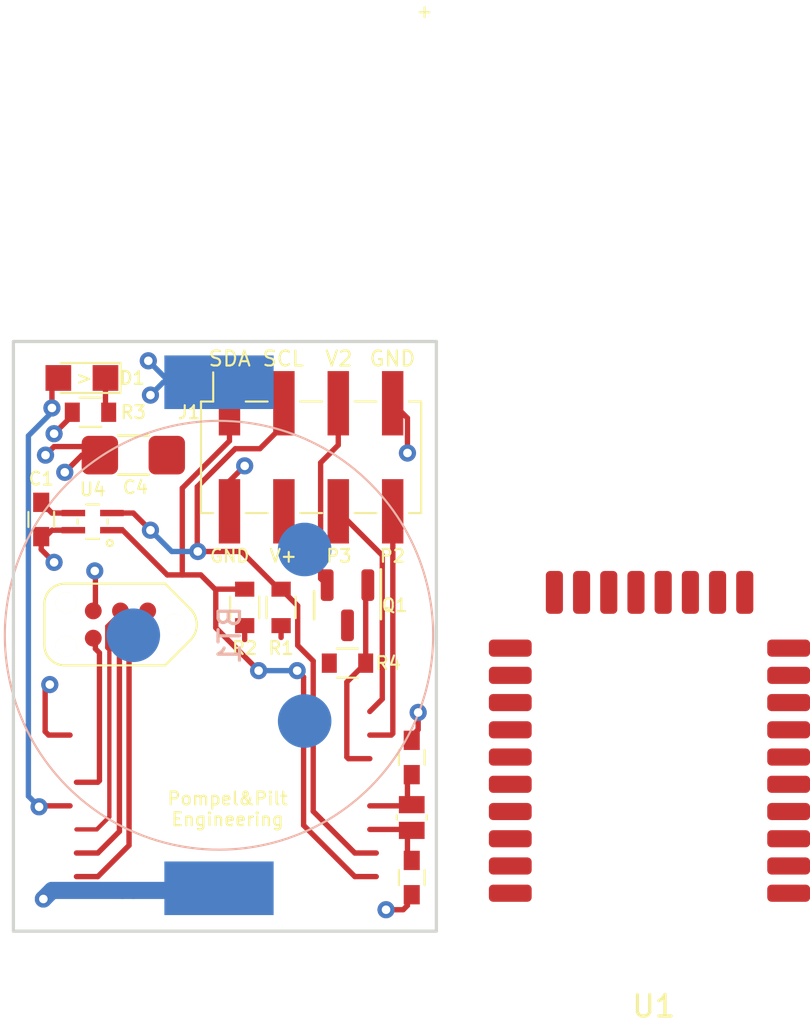
<source format=kicad_pcb>
(kicad_pcb (version 20211014) (generator pcbnew)
  (layers (0 "F.Cu" signal) (31 "B.Cu" signal) (37 "F.SilkS" user "F.Silkscreen") (38 "B.Mask" user) (39 "F.Mask" user) (44 "Edge.Cuts" user))
  (net 0 "")
  (net 1 "/P005")
  (net 2 "GND")
  (net 3 "VCC")
  (net 4 "/P002")
  (net 5 "/SDA")
  (net 6 "/SCL")
  (net 7 "Net-(D1-Pad1)")
  (net 8 "/LED")
  (net 9 "/RESET")
  (net 10 "/SWDCLK")
  (net 11 "/SWDIO")
  (net 12 "/XL1")
  (net 13 "/XL2")
  (net 14 "/V2")
  (net 15 "/P028")
  (net 16 "unconnected-(J2-Pad6)")
  (net 19 "/P003")
  (footprint "LEDs:LED_0805" (layer "F.Cu") (at 101.8 56.8 180)
    (fp_text reference "D1" (at -2.35 0 180) (layer "F.SilkS") (effects (font (size 0.6 0.6) (thickness 0.1))))
    (fp_text value "LED")
    (fp_line (start -1.8 -0.7) (end 1 -0.7) (layer "F.SilkS") (width 0.1))
    (fp_line (start -1.8 -0.7) (end -1.8 0.7) (layer "F.SilkS") (width 0.1))
    (fp_line (start -1.8 0.7) (end 1 0.7) (layer "F.SilkS") (width 0.1))
    (pad "1" smd rect locked (at -1.1 0) (size 1.2 1.2) (layers "F.Cu" "F.Paste" "F.Mask") (net 7 "Net-(D1-Pad1)"))
    (pad "2" smd rect locked (at 1.1 0) (size 1.2 1.2) (layers "F.Cu" "F.Paste" "F.Mask") (net 8 "/LED"))
  )
  (footprint "halib:R_0603_Compact_hand" (layer "F.Cu") (at 102.2 58.4 180)
    (fp_text reference "R3" (at -2 0 180) (layer "F.SilkS") (effects (font (size 0.6 0.6) (thickness 0.1))))
    (fp_text value "R400")
    (fp_line (start -0.5 -0.68) (end 0.5 -0.68) (layer "F.SilkS") (width 0.1))
    (fp_line (start 0.5 0.68) (end -0.5 0.68) (layer "F.SilkS") (width 0.1))
    (pad "1" smd rect locked (at -0.85 0 180) (size 0.7 0.9) (layers "F.Cu" "F.Paste" "F.Mask") (net 7 "Net-(D1-Pad1)"))
    (pad "2" smd rect locked (at 0.85 0 180) (size 0.7 0.9) (layers "F.Cu" "F.Paste" "F.Mask") (net 2 "GND"))
  )
  (footprint "halib:R_0603_Compact_hand" (layer "F.Cu") (at 111.1 67.5 90)
    (fp_text reference "R1" (at -1.9 0 180) (layer "F.SilkS") (effects (font (size 0.6 0.6) (thickness 0.1))))
    (fp_text value "4k7")
    (fp_line (start 0.5 0.68) (end -0.5 0.68) (layer "F.SilkS") (width 0.1))
    (fp_line (start -0.5 -0.68) (end 0.5 -0.68) (layer "F.SilkS") (width 0.1))
    (pad "1" smd rect locked (at -0.85 0 90) (size 0.7 0.9) (layers "F.Cu" "F.Paste" "F.Mask") (net 3 "VCC"))
    (pad "2" smd rect locked (at 0.85 0 90) (size 0.7 0.9) (layers "F.Cu" "F.Paste" "F.Mask") (net 6 "/SCL"))
  )
  (footprint "halib:R_0603_Compact_hand" (layer "F.Cu") (at 109.4 67.5 90)
    (fp_text reference "R2" (at -1.9 0 180) (layer "F.SilkS") (effects (font (size 0.6 0.6) (thickness 0.1))))
    (fp_text value "4k7")
    (fp_line (start -0.5 -0.68) (end 0.5 -0.68) (layer "F.SilkS") (width 0.1))
    (fp_line (start 0.5 0.68) (end -0.5 0.68) (layer "F.SilkS") (width 0.1))
    (pad "1" smd rect locked (at -0.85 0 90) (size 0.7 0.9) (layers "F.Cu" "F.Paste" "F.Mask") (net 3 "VCC"))
    (pad "2" smd rect locked (at 0.85 0 90) (size 0.7 0.9) (layers "F.Cu" "F.Paste" "F.Mask") (net 5 "/SDA"))
  )
  (footprint "halib:C_0603_Compact_hand" (layer "F.Cu") (at 117.2 80.1 -90)
    (fp_text reference "C2" hide)
    (fp_text value "10pF")
    (fp_line (start 0.35 0.6) (end -0.35 0.6) (layer "F.SilkS") (width 0.1))
    (fp_line (start -0.35 -0.6) (end 0.35 -0.6) (layer "F.SilkS") (width 0.1))
    (pad "1" smd rect locked (at -0.8 0 270) (size 0.9 0.75) (layers "F.Cu" "F.Paste" "F.Mask") (net 12 "/XL1"))
    (pad "2" smd rect locked (at 0.8 0 270) (size 0.9 0.75) (layers "F.Cu" "F.Paste" "F.Mask") (net 2 "GND"))
  )
  (footprint "halib:R_0603_Compact_hand" (layer "F.Cu") (at 114.2 70.1 180)
    (fp_text reference "R4" (at -1.9 0) (layer "F.SilkS") (effects (font (size 0.6 0.6) (thickness 0.1))))
    (fp_text value "100k")
    (fp_line (start 0.5 0.68) (end -0.5 0.68) (layer "F.SilkS") (width 0.1))
    (fp_line (start -0.5 -0.68) (end 0.5 -0.68) (layer "F.SilkS") (width 0.1))
    (pad "1" smd rect locked (at -0.85 0 180) (size 0.7 0.9) (layers "F.Cu" "F.Paste" "F.Mask") (net 1 "/P005"))
    (pad "2" smd rect locked (at 0.85 0 180) (size 0.7 0.9) (layers "F.Cu" "F.Paste" "F.Mask") (net 3 "VCC"))
  )
  (footprint "Connector_PinSocket_2.54mm:PinSocket_2x04_P2.54mm_Vertical_SMD" (layer "F.Cu") (at 112.5 60.5 90)
    (fp_text reference "J1" (at 2.1 -5.7 180) (layer "F.SilkS") (effects (font (size 0.6 0.6) (thickness 0.1))))
    (fp_text value "Conn_02x04_Odd_Even")
    (fp_line (start 2.6 -0.51) (end 2.6 0.51) (layer "F.SilkS") (width 0.1))
    (fp_line (start 2.6 -3.05) (end 2.6 -2.03) (layer "F.SilkS") (width 0.1))
    (fp_line (start -2.6 2.03) (end -2.6 3.05) (layer "F.SilkS") (width 0.1))
    (fp_line (start -2.6 -3.05) (end -2.6 -2.03) (layer "F.SilkS") (width 0.1))
    (fp_line (start 2.6 4.57) (end 2.6 5.14) (layer "F.SilkS") (width 0.1))
    (fp_line (start -2.6 -5.14) (end 2.6 -5.14) (layer "F.SilkS") (width 0.1))
    (fp_line (start 2.6 -5.14) (end 2.6 -4.57) (layer "F.SilkS") (width 0.1))
    (fp_line (start -2.6 -0.51) (end -2.6 0.51) (layer "F.SilkS") (width 0.1))
    (fp_line (start -2.6 4.57) (end -2.6 5.14) (layer "F.SilkS") (width 0.1))
    (fp_line (start -2.6 5.14) (end 2.6 5.14) (layer "F.SilkS") (width 0.1))
    (fp_line (start 2.6 2.03) (end 2.6 3.05) (layer "F.SilkS") (width 0.1))
    (fp_line (start 2.6 -4.57) (end 3.96 -4.57) (layer "F.SilkS") (width 0.1))
    (fp_line (start -2.6 -5.14) (end -2.6 -4.57) (layer "F.SilkS") (width 0.1))
    (pad "1" smd rect (at 2.52 -3.81 90) (size 3 1) (layers "F.Cu" "F.Paste" "F.Mask") (net 5 "/SDA"))
    (pad "2" smd rect (at -2.52 -3.81 90) (size 3 1) (layers "F.Cu" "F.Paste" "F.Mask") (net 2 "GND"))
    (pad "3" smd rect (at 2.52 -1.27 90) (size 3 1) (layers "F.Cu" "F.Paste" "F.Mask") (net 6 "/SCL"))
    (pad "4" smd rect (at -2.52 -1.27 90) (size 3 1) (layers "F.Cu" "F.Paste" "F.Mask") (net 3 "VCC"))
    (pad "5" smd rect (at 2.52 1.27 90) (size 3 1) (layers "F.Cu" "F.Paste" "F.Mask") (net 14 "/V2"))
    (pad "6" smd rect (at -2.52 1.27 90) (size 3 1) (layers "F.Cu" "F.Paste" "F.Mask") (net 15 "/P028"))
    (pad "7" smd rect (at 2.52 3.81 90) (size 3 1) (layers "F.Cu" "F.Paste" "F.Mask") (net 2 "GND"))
    (pad "8" smd rect (at -2.52 3.81 90) (size 3 1) (layers "F.Cu" "F.Paste" "F.Mask") (net 4 "/P002"))
  )
  (footprint "halib:TC2030" (layer "F.Cu") (at 103.6 68.3 180)
    (fp_text reference "J2" hide)
    (fp_text value "tc2030" hide)
    (fp_line (start -3.2639 -0.7239) (end -2.0828 -1.905) (layer "F.SilkS") (width 0.1))
    (fp_line (start 2.6035 1.905) (end -2.0828 1.905) (layer "F.SilkS") (width 0.1))
    (fp_line (start -3.2639 0.7239) (end -2.0828 1.905) (layer "F.SilkS") (width 0.1))
    (fp_line (start 3.556 -0.9525) (end 3.556 0.9525) (layer "F.SilkS") (width 0.1))
    (fp_line (start 2.6035 -1.905) (end -2.0828 -1.905) (layer "F.SilkS") (width 0.1))
    (fp_arc (start 3.556 0.9525) (mid 3.277019 1.626019) (end 2.6035 1.905) (layer "F.SilkS") (width 0.1))
    (fp_arc (start -3.2639 0.7239) (mid -3.563749 0) (end -3.2639 -0.7239) (layer "F.SilkS") (width 0.1))
    (fp_arc (start 2.6035 -1.905) (mid 3.277019 -1.626019) (end 3.556 -0.9525) (layer "F.SilkS") (width 0.1))
    (pad "" np_thru_hole circle locked (at 2.54 -1.016 180) (size 0.98552 0.98552) (drill 0.98552) (layers *.Cu *.Mask "F.SilkS"))
    (pad "" np_thru_hole circle locked (at 2.54 1.016 180) (size 0.98552 0.98552) (drill 0.98552) (layers *.Cu *.Mask "F.SilkS"))
    (pad "" np_thru_hole circle locked (at -2.54 0 180) (size 0.98806 0.98806) (drill 0.98806) (layers *.Cu *.Mask "F.SilkS"))
    (pad "1" connect circle locked (at -1.27 0.635 180) (size 0.78486 0.78486) (layers "F.Cu" "F.Mask") (net 3 "VCC"))
    (pad "2" connect circle locked (at -1.27 -0.635 180) (size 0.78486 0.78486) (layers "F.Cu" "F.Mask") (net 11 "/SWDIO"))
    (pad "3" connect circle locked (at 0 0.635 180) (size 0.78486 0.78486) (layers "F.Cu" "F.Mask") (net 9 "/RESET"))
    (pad "4" connect circle locked (at 0 -0.635 180) (size 0.78486 0.78486) (layers "F.Cu" "F.Mask") (net 10 "/SWDCLK"))
    (pad "5" connect circle locked (at 1.27 0.635 180) (size 0.78486 0.78486) (layers "F.Cu" "F.Mask") (net 2 "GND"))
    (pad "6" connect circle locked (at 1.27 -0.635 180) (size 0.78486 0.78486) (layers "F.Cu" "F.Mask") (net 16 "unconnected-(J2-Pad6)"))
  )
  (footprint "halib:SHT4x" (layer "F.Cu") (at 102.3 63.5 180)
    (fp_text reference "U4" (at 0 1.5 unlocked) (layer "F.SilkS") (effects (font (size 0.6 0.6) (thickness 0.1))))
    (fp_text value "SHT4x")
    (fp_line (start -0.7 -0.1) (end -0.7 0.1) (layer "F.SilkS") (width 0.1))
    (fp_line (start -0.3 0.8) (end 0.3 0.8) (layer "F.SilkS") (width 0.1))
    (fp_line (start -0.3 -0.8) (end 0.3 -0.8) (layer "F.SilkS") (width 0.1))
    (fp_line (start 0.7 -0.1) (end 0.7 0.1) (layer "F.SilkS") (width 0.1))
    (pad "1" smd rect (at -0.9 -0.4 180) (size 1.1 0.3) (layers "F.Cu" "F.Paste" "F.Mask") (net 5 "/SDA"))
    (pad "2" smd rect (at -0.9 0.4 180) (size 1.1 0.3) (layers "F.Cu" "F.Paste" "F.Mask") (net 6 "/SCL"))
    (pad "3" smd rect (at 0.9 0.4 180) (size 1.1 0.3) (layers "F.Cu" "F.Paste" "F.Mask") (net 3 "VCC"))
    (pad "4" smd rect (at 0.9 -0.4 180) (size 1.1 0.3) (layers "F.Cu" "F.Paste" "F.Mask") (net 2 "GND"))
  )
  (footprint "halib:C_0603_Compact_hand" (layer "F.Cu") (at 117.2 74.5 90)
    (fp_text reference "C3" hide)
    (fp_text value "10pF")
    (fp_line (start -0.35 -0.6) (end 0.35 -0.6) (layer "F.SilkS") (width 0.1))
    (fp_line (start 0.35 0.6) (end -0.35 0.6) (layer "F.SilkS") (width 0.1))
    (pad "1" smd rect locked (at -0.8 0 90) (size 0.9 0.75) (layers "F.Cu" "F.Paste" "F.Mask") (net 13 "/XL2"))
    (pad "2" smd rect locked (at 0.8 0 90) (size 0.9 0.75) (layers "F.Cu" "F.Paste" "F.Mask") (net 2 "GND"))
  )
  (footprint "Capacitor_SMD:C_1206_3216Metric_Pad1.33x1.80mm_HandSolder" (layer "F.Cu") (at 104.2 60.4 180)
    (fp_text reference "C4" (at -0.1 -1.5) (layer "F.SilkS") (effects (font (size 0.6 0.6) (thickness 0.1))))
    (fp_text value "C106")
    (fp_line (start -0.711252 0.91) (end 0.711252 0.91) (layer "F.SilkS") (width 0.12))
    (fp_line (start -0.711252 -0.91) (end 0.711252 -0.91) (layer "F.SilkS") (width 0.12))
    (pad "1" smd roundrect (at -1.5625 0 180) (size 1.7 1.8) (layers "F.Cu" "F.Paste" "F.Mask") (roundrect_rratio 0.1886788235) (net 3 "VCC"))
    (pad "2" smd roundrect (at 1.5625 0 180) (size 1.7 1.8) (layers "F.Cu" "F.Paste" "F.Mask") (roundrect_rratio 0.1886788235) (net 2 "GND"))
  )
  (footprint "halib:E73" (layer "F.Cu") (at 134.8 69.4)
    (fp_text reference "U1" (at -6.3 16.7 unlocked) (layer "F.SilkS"))
    (fp_text value "E73")
    (pad "1" smd roundrect (at -13 0 270) (size 0.8 2) (layers "F.Cu" "F.Paste" "F.Mask"))
    (pad "1" smd roundrect (at 0 3.81 270) (size 0.8 2) (layers "F.Cu" "F.Paste" "F.Mask"))
    (pad "1" smd roundrect (at -13 2.54 270) (size 0.8 2) (layers "F.Cu" "F.Paste" "F.Mask"))
    (pad "1" smd roundrect (at -5.86 -2.6 180) (size 0.8 2) (layers "F.Cu" "F.Paste" "F.Mask"))
    (pad "1" smd roundrect (at -2.05 -2.6 180) (size 0.8 2) (layers "F.Cu" "F.Paste" "F.Mask"))
    (pad "1" smd roundrect (at -13 11.43 270) (size 0.8 2) (layers "F.Cu" "F.Paste" "F.Mask"))
    (pad "1" smd roundrect (at -4.59 -2.6 180) (size 0.8 2) (layers "F.Cu" "F.Paste" "F.Mask"))
    (pad "1" smd roundrect (at -13 1.27 270) (size 0.8 2) (layers "F.Cu" "F.Paste" "F.Mask"))
    (pad "1" smd roundrect (at -10.94 -2.6 180) (size 0.8 2) (layers "F.Cu" "F.Paste" "F.Mask"))
    (pad "1" smd roundrect (at 0 2.54 270) (size 0.8 2) (layers "F.Cu" "F.Paste" "F.Mask"))
    (pad "1" smd roundrect (at -13 10.16 270) (size 0.8 2) (layers "F.Cu" "F.Paste" "F.Mask"))
    (pad "1" smd roundrect (at 0 6.35 270) (size 0.8 2) (layers "F.Cu" "F.Paste" "F.Mask"))
    (pad "1" smd roundrect (at 0 11.43 270) (size 0.8 2) (layers "F.Cu" "F.Paste" "F.Mask"))
    (pad "1" smd roundrect (at -7.13 -2.6 180) (size 0.8 2) (layers "F.Cu" "F.Paste" "F.Mask"))
    (pad "1" smd roundrect (at -13 7.62 270) (size 0.8 2) (layers "F.Cu" "F.Paste" "F.Mask"))
    (pad "1" smd roundrect (at -13 5.08 270) (size 0.8 2) (layers "F.Cu" "F.Paste" "F.Mask"))
    (pad "1" smd roundrect (at 0 5.08 270) (size 0.8 2) (layers "F.Cu" "F.Paste" "F.Mask"))
    (pad "1" smd roundrect (at -3.32 -2.6 180) (size 0.8 2) (layers "F.Cu" "F.Paste" "F.Mask"))
    (pad "1" smd roundrect (at -13 6.35 270) (size 0.8 2) (layers "F.Cu" "F.Paste" "F.Mask"))
    (pad "1" smd roundrect (at 0 1.27 270) (size 0.8 2) (layers "F.Cu" "F.Paste" "F.Mask"))
    (pad "1" smd roundrect (at -13 3.81 270) (size 0.8 2) (layers "F.Cu" "F.Paste" "F.Mask"))
    (pad "1" smd roundrect (at -8.4 -2.6 180) (size 0.8 2) (layers "F.Cu" "F.Paste" "F.Mask"))
    (pad "1" smd roundrect (at -13 8.89 270) (size 0.8 2) (layers "F.Cu" "F.Paste" "F.Mask"))
    (pad "1" smd roundrect (at 0 0 270) (size 0.8 2) (layers "F.Cu" "F.Paste" "F.Mask"))
    (pad "1" smd roundrect (at -9.67 -2.6 180) (size 0.8 2) (layers "F.Cu" "F.Paste" "F.Mask"))
    (pad "2" smd roundrect (at 0 10.16 270) (size 0.8 2) (layers "F.Cu" "F.Paste" "F.Mask"))
    (pad "3" smd roundrect (at 0 8.89 270) (size 0.8 2) (layers "F.Cu" "F.Paste" "F.Mask") (net 19 "/P003"))
    (pad "4" smd roundrect (at 0 7.62 270) (size 0.8 2) (layers "F.Cu" "F.Paste" "F.Mask") (net 15 "/P028"))
  )
  (footprint "Crystal:Crystal_SMD_MicroCrystal_CM9V-T1A-2Pin_1.6x1.0mm" (layer "F.Cu") (at 117.2 77.3 -90)
    (fp_text reference "Y1" hide)
    (fp_text value "Crystal_Small")
    (fp_line (start -0.1 -0.7) (end 0.1 -0.7) (layer "F.SilkS") (width 0.1))
    (fp_line (start -0.1 0.7) (end 0.1 0.7) (layer "F.SilkS") (width 0.1))
    (pad "1" smd rect (at -0.6 0 270) (size 0.8 1.2) (layers "F.Cu" "F.Paste" "F.Mask") (net 13 "/XL2"))
    (pad "2" smd rect (at 0.6 0 270) (size 0.8 1.2) (layers "F.Cu" "F.Paste" "F.Mask") (net 12 "/XL1"))
  )
  (footprint "Package_TO_SOT_SMD:SOT-23" (layer "F.Cu") (at 114.2 67.4 -90)
    (fp_text reference "Q1" (at 0 -2.2 180) (layer "F.SilkS") (effects (font (size 0.6 0.6) (thickness 0.1))))
    (fp_text value "Q_PMOS_GSD")
    (fp_line (start 0 -1.56) (end 0.65 -1.56) (layer "F.SilkS") (width 0.12))
    (fp_line (start 0 -1.56) (end -1.675 -1.56) (layer "F.SilkS") (width 0.12))
    (fp_line (start 0 1.56) (end -0.65 1.56) (layer "F.SilkS") (width 0.12))
    (fp_line (start 0 1.56) (end 0.65 1.56) (layer "F.SilkS") (width 0.12))
    (pad "1" smd roundrect locked (at -0.9375 -0.95 270) (size 1.475 0.6) (layers "F.Cu" "F.Paste" "F.Mask") (net 1 "/P005"))
    (pad "2" smd roundrect locked (at -0.9375 0.95 270) (size 1.475 0.6) (layers "F.Cu" "F.Paste" "F.Mask") (net 14 "/V2"))
    (pad "3" smd roundrect locked (at 0.9375 0 270) (size 1.475 0.6) (layers "F.Cu" "F.Paste" "F.Mask") (net 3 "VCC"))
  )
  (footprint "halib:C_0603_Compact_hand" (layer "F.Cu") (at 99.9 63.4 -90)
    (fp_text reference "C1" (at -1.9 0) (layer "F.SilkS") (effects (font (size 0.6 0.6) (thickness 0.1))))
    (fp_text value "100nF")
    (fp_line (start 0.35 0.6) (end -0.35 0.6) (layer "F.SilkS") (width 0.1))
    (fp_line (start -0.35 -0.6) (end 0.35 -0.6) (layer "F.SilkS") (width 0.1))
    (pad "1" smd rect locked (at -0.8 0 270) (size 0.9 0.75) (layers "F.Cu" "F.Paste" "F.Mask") (net 3 "VCC"))
    (pad "2" smd rect locked (at 0.8 0 270) (size 0.9 0.75) (layers "F.Cu" "F.Paste" "F.Mask") (net 2 "GND"))
  )
  (footprint "halib:2032-SMD_COMPACT" (layer "B.Cu") (at 108.2 68.8 -90)
    (fp_text reference "BT1" (at 0 -0.5 90) (layer "B.SilkS") (effects (justify mirror)))
    (fp_text value "CR2032")
    (fp_circle (center 0 0) (end 10 0) (layer "B.SilkS") (width 0.1) (fill none))
    (pad "1" smd rect locked (at 11.8 0 270) (size 2.5 5.1) (layers "B.Cu" "B.Paste" "B.Mask") (net 3 "VCC"))
    (pad "1" smd rect locked (at -11.8 0 270) (size 2.5 5.1) (layers "B.Cu" "B.Paste" "B.Mask") (net 3 "VCC"))
    (pad "2" smd circle locked (at -4 -4 270) (size 2.5 2.5) (layers "B.Cu" "B.Paste" "B.Mask") (net 2 "GND"))
    (pad "2" smd circle locked (at 4 -4 270) (size 2.5 2.5) (layers "B.Cu" "B.Paste" "B.Mask") (net 2 "GND"))
    (pad "2" smd circle locked (at 0 4 270) (size 2.5 2.5) (layers "B.Cu" "B.Paste" "B.Mask") (net 2 "GND"))
  )
  (gr_circle (center 103.1 64.5) (end 103 64.4) (layer "F.SilkS") (width 0.1) (fill none))
  (gr_line (start 98.6 55.1) (end 118.35 55.1) (layer "Edge.Cuts") (width 0.15))
  (gr_line (start 118.35 82.6) (end 98.6 82.6) (layer "Edge.Cuts") (width 0.15))
  (gr_line (start 98.6 82.6) (end 98.6 55.1) (layer "Edge.Cuts") (width 0.15))
  (gr_line (start 118.35 55.1) (end 118.35 82.6) (layer "Edge.Cuts") (width 0.15))
  (gr_text "GND" (at 116.3 55.9) (layer "F.SilkS") (effects (font (size 0.7 0.7) (thickness 0.1))))
  (gr_text "+" (at 117.8 39.7) (layer "F.SilkS") (effects (font (size 0.6 0.6) (thickness 0.1))))
  (gr_text "V+" (at 111.2 65.1) (layer "F.SilkS") (effects (font (size 0.6 0.6) (thickness 0.1))))
  (gr_text ">" (at 101.9 56.8) (layer "F.SilkS") (effects (font (size 0.6 0.6) (thickness 0.1))))
  (gr_text "Pompel&Pilt\nEngineering" (at 108.6 76.9) (layer "F.SilkS") (effects (font (size 0.6 0.6) (thickness 0.1))))
  (gr_text "GND" (at 108.7 65.1) (layer "F.SilkS") (effects (font (size 0.6 0.6) (thickness 0.1))))
  (gr_text "P2" (at 116.3 65.1) (layer "F.SilkS") (effects (font (size 0.6 0.6) (thickness 0.1))))
  (gr_text "SCL" (at 111.2 55.9) (layer "F.SilkS") (effects (font (size 0.7 0.7) (thickness 0.1))))
  (gr_text "P3" (at 113.8 65.1) (layer "F.SilkS") (effects (font (size 0.6 0.6) (thickness 0.1))))
  (gr_text "V2" (at 113.8 55.9) (layer "F.SilkS") (effects (font (size 0.7 0.7) (thickness 0.1))))
  (gr_text "SDA" (at 108.7 55.9) (layer "F.SilkS") (effects (font (size 0.7 0.7) (thickness 0.1))))
  (segment (start 114.168949 70.981051) (end 115.05 70.1) (width 0.25) (layer "F.Cu") (net 1))
  (segment (start 115.05 70.1) (end 115.05 66.5625) (width 0.25) (layer "F.Cu") (net 1))
  (segment (start 115.24276 74.55539) (end 114.24346 74.55539) (width 0.25) (layer "F.Cu") (net 1))
  (segment (start 114.24346 74.55539) (end 114.168949 74.480879) (width 0.25) (layer "F.Cu") (net 1))
  (segment (start 115.05 66.5625) (end 115.15 66.4625) (width 0.25) (layer "F.Cu") (net 1))
  (segment (start 114.168949 74.480879) (end 114.168949 70.981051) (width 0.25) (layer "F.Cu") (net 1))
  (segment (start 117 73.7) (end 117.5 73.2) (width 0.25) (layer "F.Cu") (net 2))
  (segment (start 117 58.67) (end 117 60.3) (width 0.25) (layer "F.Cu") (net 2))
  (segment (start 102.2375 60) (end 100.5 60) (width 0.25) (layer "F.Cu") (net 2))
  (segment (start 101.35 58.55) (end 100.5 59.4) (width 0.25) (layer "F.Cu") (net 2))
  (segment (start 99.9 64.2) (end 100.1 64.2) (width 0.25) (layer "F.Cu") (net 2))
  (segment (start 102.43 65.83) (end 102.4 65.8) (width 0.25) (layer "F.Cu") (net 2))
  (segment (start 100.08334 71.31666) (end 100.3 71.1) (width 0.25) (layer "F.Cu") (net 2))
  (segment (start 108.69 61.61) (end 109.4 60.9) (width 0.25) (layer "F.Cu") (net 2))
  (segment (start 100.1 64.2) (end 100.4 63.9) (width 0.25) (layer "F.Cu") (net 2))
  (segment (start 101.35 58.4) (end 101.35 58.55) (width 0.25) (layer "F.Cu") (net 2))
  (segment (start 99.9 64.8) (end 100.5 65.4) (width 0.25) (layer "F.Cu") (net 2))
  (segment (start 101.24482 73.45557) (end 100.24552 73.45557) (width 0.25) (layer "F.Cu") (net 2))
  (segment (start 99.9 64.2) (end 99.9 64.8) (width 0.25) (layer "F.Cu") (net 2))
  (segment (start 117.5 73.2) (end 117.5 72.4) (width 0.25) (layer "F.Cu") (net 2))
  (segment (start 116.31 57.98) (end 117 58.67) (width 0.25) (layer "F.Cu") (net 2))
  (segment (start 117 81.4) (end 116.8 81.6) (width 0.25) (layer "F.Cu") (net 2))
  (segment (start 100.08334 73.29339) (end 100.08334 71.31666) (width 0.25) (layer "F.Cu") (net 2))
  (segment (start 100.4 63.9) (end 101.4 63.9) (width 0.25) (layer "F.Cu") (net 2))
  (segment (start 116.8 81.6) (end 116 81.6) (width 0.25) (layer "F.Cu") (net 2))
  (segment (start 117 80.9) (end 117 81.4) (width 0.25) (layer "F.Cu") (net 2))
  (segment (start 101.8 60.4) (end 101 61.2) (width 0.25) (layer "F.Cu") (net 2))
  (segment (start 102.6375 60.4) (end 102.2375 60) (width 0.25) (layer "F.Cu") (net 2))
  (segment (start 100.5 60) (end 100.1 60.4) (width 0.25) (layer "F.Cu") (net 2))
  (segment (start 100.24552 73.45557) (end 100.08334 73.29339) (width 0.25) (layer "F.Cu") (net 2))
  (segment (start 108.69 63.02) (end 108.69 61.61) (width 0.25) (layer "F.Cu") (net 2))
  (segment (start 102.43 67.665) (end 102.43 65.83) (width 0.25) (layer "F.Cu") (net 2))
  (segment (start 102.6375 60.4) (end 101.8 60.4) (width 0.25) (layer "F.Cu") (net 2))
  (via (at 117 60.3) (size 0.8) (drill 0.4) (layers "F.Cu" "B.Cu") (net 2))
  (via (at 116 81.6) (size 0.8) (drill 0.4) (layers "F.Cu" "B.Cu") (net 2))
  (via (at 100.5 65.4) (size 0.8) (drill 0.4) (layers "F.Cu" "B.Cu") (net 2))
  (via (at 101 61.2) (size 0.8) (drill 0.4) (layers "F.Cu" "B.Cu") (net 2))
  (via (at 117.5 72.4) (size 0.8) (drill 0.4) (layers "F.Cu" "B.Cu") (net 2))
  (via (at 100.5 59.4) (size 0.8) (drill 0.4) (layers "F.Cu" "B.Cu") (net 2))
  (via (at 109.4 60.9) (size 0.8) (drill 0.4) (layers "F.Cu" "B.Cu") (net 2))
  (via (at 100.3 71.1) (size 0.8) (drill 0.4) (layers "F.Cu" "B.Cu") (net 2))
  (via (at 102.4 65.8) (size 0.8) (drill 0.4) (layers "F.Cu" "B.Cu") (net 2))
  (via (at 100.1 60.4) (size 0.8) (drill 0.4) (layers "F.Cu" "B.Cu") (net 2))
  (segment (start 109.4 68.4) (end 109.4 69) (width 0.25) (layer "F.Cu") (net 3))
  (segment (start 99.9 62.6) (end 100.4 63.1) (width 0.25) (layer "F.Cu") (net 3))
  (segment (start 109.4 68.35) (end 109.4 68.4) (width 0.25) (layer "F.Cu") (net 3))
  (segment (start 100.4 63.1) (end 101.4 63.1) (width 0.25) (layer "F.Cu") (net 3))
  (segment (start 111.1 68.35) (end 111.1 68.9) (width 0.25) (layer "F.Cu") (net 3))
  (via (at 100 81.1) (size 0.8) (drill 0.4) (layers "F.Cu" "B.Cu") (net 3))
  (via (at 104.9 56) (size 0.8) (drill 0.4) (layers "F.Cu" "B.Cu") (net 3))
  (via (at 105 57.6) (size 0.8) (drill 0.4) (layers "F.Cu" "B.Cu") (net 3))
  (segment (start 100.4 80.7) (end 100 81.1) (width 0.8) (layer "B.Cu") (net 3))
  (segment (start 105.9 57) (end 104.9 56) (width 0.25) (layer "B.Cu") (net 3))
  (segment (start 105.6 57) (end 105 57.6) (width 0.25) (layer "B.Cu") (net 3))
  (segment (start 108.2 57) (end 105.9 57) (width 0.25) (layer "B.Cu") (net 3))
  (segment (start 108.2 80.7) (end 104.2 80.7) (width 0.8) (layer "B.Cu") (net 3))
  (segment (start 103.7 80.7) (end 100.4 80.7) (width 0.8) (layer "B.Cu") (net 3))
  (segment (start 108.2 57) (end 105.6 57) (width 0.25) (layer "B.Cu") (net 3))
  (segment (start 104.2 80.7) (end 103.7 80.7) (width 0.8) (layer "B.Cu") (net 3))
  (segment (start 115.24276 73.45557) (end 116.24206 73.45557) (width 0.25) (layer "F.Cu") (net 4))
  (segment (start 116.24206 73.45557) (end 116.316571 73.381059) (width 0.25) (layer "F.Cu") (net 4))
  (segment (start 116.316571 73.381059) (end 116.316571 63.026571) (width 0.25) (layer "F.Cu") (net 4))
  (segment (start 116.316571 63.026571) (end 116.31 63.02) (width 0.25) (layer "F.Cu") (net 4))
  (segment (start 106.486194 61.93908) (end 108.69 59.735274) (width 0.25) (layer "F.Cu") (net 5))
  (segment (start 110.050978 70.45) (end 108.05 68.449022) (width 0.25) (layer "F.Cu") (net 5))
  (segment (start 108.69 59.735274) (end 108.69 57.98) (width 0.25) (layer "F.Cu") (net 5))
  (segment (start 112.150489 77.661519) (end 112.150489 70.750489) (width 0.25) (layer "F.Cu") (net 5))
  (segment (start 107.35049 65.986194) (end 106.486194 65.986194) (width 0.25) (layer "F.Cu") (net 5))
  (segment (start 108.05 68.449022) (end 108.05 66.65) (width 0.25) (layer "F.Cu") (net 5))
  (segment (start 108.05 66.65) (end 108.014296 66.65) (width 0.25) (layer "F.Cu") (net 5))
  (segment (start 105.786194 65.986194) (end 103.7 63.9) (width 0.25) (layer "F.Cu") (net 5))
  (segment (start 115.54276 80.05449) (end 114.54346 80.05449) (width 0.25) (layer "F.Cu") (net 5))
  (segment (start 106.486194 65.986194) (end 105.786194 65.986194) (width 0.25) (layer "F.Cu") (net 5))
  (segment (start 109.4 66.65) (end 108.05 66.65) (width 0.25) (layer "F.Cu") (net 5))
  (segment (start 108.014296 66.65) (end 107.35049 65.986194) (width 0.25) (layer "F.Cu") (net 5))
  (segment (start 114.54346 80.05449) (end 112.150489 77.661519) (width 0.25) (layer "F.Cu") (net 5))
  (segment (start 103.7 63.9) (end 103.2 63.9) (width 0.25) (layer "F.Cu") (net 5))
  (segment (start 112.150489 70.750489) (end 111.85 70.45) (width 0.25) (layer "F.Cu") (net 5))
  (segment (start 106.486194 65.986194) (end 106.486194 61.93908) (width 0.25) (layer "F.Cu") (net 5))
  (via (at 111.85 70.45) (size 0.8) (drill 0.4) (layers "F.Cu" "B.Cu") (net 5))
  (via (at 110.050978 70.45) (size 0.8) (drill 0.4) (layers "F.Cu" "B.Cu") (net 5))
  (segment (start 110.050978 70.45) (end 111.85 70.45) (width 0.25) (layer "B.Cu") (net 5))
  (segment (start 105 63.9) (end 104.2 63.1) (width 0.25) (layer "F.Cu") (net 6))
  (segment (start 111.874511 69.274511) (end 111.874511 67.424511) (width 0.25) (layer "F.Cu") (net 6))
  (segment (start 111.23 58.98) (end 110.11 60.1) (width 0.25) (layer "F.Cu") (net 6))
  (segment (start 104.2 63.1) (end 103.2 63.1) (width 0.25) (layer "F.Cu") (net 6))
  (segment (start 110.11 60.1) (end 108.960978 60.1) (width 0.25) (layer "F.Cu") (net 6))
  (segment (start 111.23 57.98) (end 111.23 58.98) (width 0.25) (layer "F.Cu") (net 6))
  (segment (start 109.2425 64.8925) (end 107.210694 64.8925) (width 0.25) (layer "F.Cu") (net 6))
  (segment (start 114.54346 78.95467) (end 112.6 77.01121) (width 0.25) (layer "F.Cu") (net 6))
  (segment (start 107.185026 64.866832) (end 107.210694 64.8925) (width 0.25) (layer "F.Cu") (net 6))
  (segment (start 108.960978 60.1) (end 107.185026 61.875952) (width 0.25) (layer "F.Cu") (net 6))
  (segment (start 115.54276 78.95467) (end 114.54346 78.95467) (width 0.25) (layer "F.Cu") (net 6))
  (segment (start 111.1 66.65) (end 111 66.65) (width 0.25) (layer "F.Cu") (net 6))
  (segment (start 107.185026 61.875952) (end 107.185026 64.866832) (width 0.25) (layer "F.Cu") (net 6))
  (segment (start 112.6 70) (end 111.874511 69.274511) (width 0.25) (layer "F.Cu") (net 6))
  (segment (start 112.6 77.01121) (end 112.6 70) (width 0.25) (layer "F.Cu") (net 6))
  (segment (start 111 66.65) (end 109.2425 64.8925) (width 0.25) (layer "F.Cu") (net 6))
  (segment (start 111.874511 67.424511) (end 111.1 66.65) (width 0.25) (layer "F.Cu") (net 6))
  (via (at 105 63.9) (size 0.8) (drill 0.4) (layers "F.Cu" "B.Cu") (net 6))
  (via (at 107.210694 64.8925) (size 0.8) (drill 0.4) (layers "F.Cu" "B.Cu") (net 6))
  (segment (start 105.9925 64.8925) (end 107.210694 64.8925) (width 0.25) (layer "B.Cu") (net 6))
  (segment (start 105 63.9) (end 105.9925 64.8925) (width 0.25) (layer "B.Cu") (net 6))
  (segment (start 102.9 56.8) (end 102.9 58.25) (width 0.25) (layer "F.Cu") (net 7))
  (segment (start 102.9 58.25) (end 103.05 58.4) (width 0.25) (layer "F.Cu") (net 7))
  (segment (start 100.4 57.1) (end 100.7 56.8) (width 0.25) (layer "F.Cu") (net 8))
  (segment (start 99.84497 76.75503) (end 99.8 76.8) (width 0.25) (layer "F.Cu") (net 8))
  (segment (start 101.24482 76.75503) (end 99.84497 76.75503) (width 0.25) (layer "F.Cu") (net 8))
  (segment (start 100.4 58.2) (end 100.4 57.1) (width 0.25) (layer "F.Cu") (net 8))
  (via (at 100.4 58.2) (size 0.8) (drill 0.4) (layers "F.Cu" "B.Cu") (net 8))
  (via (at 99.8 76.8) (size 0.8) (drill 0.4) (layers "F.Cu" "B.Cu") (net 8))
  (segment (start 99.8 76.8) (end 99.3 76.3) (width 0.25) (layer "B.Cu") (net 8))
  (segment (start 100.4 58.4) (end 100.4 58.2) (width 0.25) (layer "B.Cu") (net 8))
  (segment (start 99.3 59.5) (end 100.4 58.4) (width 0.25) (layer "B.Cu") (net 8))
  (segment (start 99.3 76.3) (end 99.3 59.5) (width 0.25) (layer "B.Cu") (net 8))
  (segment (start 103.081059 69.481059) (end 102.981059 69.381059) (width 0.2) (layer "F.Cu") (net 9))
  (segment (start 102.49412 77.85485) (end 103.081059 77.267911) (width 0.2) (layer "F.Cu") (net 9))
  (segment (start 101.54482 77.85485) (end 102.49412 77.85485) (width 0.2) (layer "F.Cu") (net 9))
  (segment (start 103.081059 77.267911) (end 103.081059 69.481059) (width 0.2) (layer "F.Cu") (net 9))
  (segment (start 102.981059 68.383941) (end 103.7 67.665) (width 0.2) (layer "F.Cu") (net 9))
  (segment (start 102.981059 69.381059) (end 102.981059 68.383941) (width 0.2) (layer "F.Cu") (net 9))
  (segment (start 103.550489 77.948301) (end 103.550489 69.084511) (width 0.25) (layer "F.Cu") (net 10))
  (segment (start 102.54412 78.95467) (end 103.550489 77.948301) (width 0.25) (layer "F.Cu") (net 10))
  (segment (start 103.550489 69.084511) (end 103.7 68.935) (width 0.25) (layer "F.Cu") (net 10))
  (segment (start 101.54482 78.95467) (end 102.54412 78.95467) (width 0.25) (layer "F.Cu") (net 10))
  (segment (start 102.54412 80.05449) (end 104 78.59861) (width 0.25) (layer "F.Cu") (net 11))
  (segment (start 104 69.905) (end 104.97 68.935) (width 0.25) (layer "F.Cu") (net 11))
  (segment (start 104 78.59861) (end 104 69.905) (width 0.25) (layer "F.Cu") (net 11))
  (segment (start 101.54482 80.05449) (end 102.54412 80.05449) (width 0.25) (layer "F.Cu") (net 11))
  (segment (start 117 79.3) (end 117 77.9) (width 0.25) (layer "F.Cu") (net 12))
  (segment (start 116.95485 77.85485) (end 117 77.9) (width 0.25) (layer "F.Cu") (net 12))
  (segment (start 115.24276 77.85485) (end 116.95485 77.85485) (width 0.25) (layer "F.Cu") (net 12))
  (segment (start 117 76.7) (end 117 75.3) (width 0.25) (layer "F.Cu") (net 13))
  (segment (start 116.94497 76.75503) (end 117 76.7) (width 0.25) (layer "F.Cu") (net 13))
  (segment (start 115.24276 76.75503) (end 116.94497 76.75503) (width 0.25) (layer "F.Cu") (net 13))
  (segment (start 113.77 59.93) (end 113.77 57.98) (width 0.25) (layer "F.Cu") (net 14))
  (segment (start 112.945489 60.754511) (end 113.77 59.93) (width 0.25) (layer "F.Cu") (net 14))
  (segment (start 113.25 66.4625) (end 112.945489 66.157989) (width 0.25) (layer "F.Cu") (net 14))
  (segment (start 112.945489 66.157989) (end 112.945489 60.754511) (width 0.25) (layer "F.Cu") (net 14))
  (segment (start 115.24276 72.35575) (end 115.824501 71.774009) (width 0.25) (layer "F.Cu") (net 15))
  (segment (start 115.824501 71.774009) (end 115.824501 65.074501) (width 0.25) (layer "F.Cu") (net 15))
  (segment (start 115.824501 65.074501) (end 113.77 63.02) (width 0.25) (layer "F.Cu") (net 15))
  (segment (start 102.54412 75.65521) (end 102.618631 75.580699) (width 0.25) (layer "F.Cu") (net 16))
  (segment (start 102.618631 69.618981) (end 102.43 69.43035) (width 0.25) (layer "F.Cu") (net 16))
  (segment (start 102.43 69.43035) (end 102.43 68.935) (width 0.25) (layer "F.Cu") (net 16))
  (segment (start 102.618631 75.580699) (end 102.618631 69.618981) (width 0.25) (layer "F.Cu") (net 16))
  (segment (start 101.54482 75.65521) (end 102.54412 75.65521) (width 0.25) (layer "F.Cu") (net 16))
)
</source>
